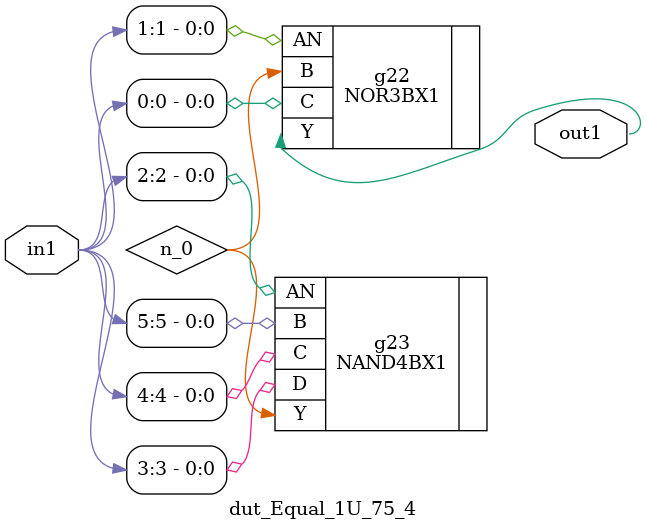
<source format=v>
`timescale 1ps / 1ps


module dut_Equal_1U_75_4(in1, out1);
  input [5:0] in1;
  output out1;
  wire [5:0] in1;
  wire out1;
  wire n_0;
  NOR3BX1 g22(.AN (in1[1]), .B (n_0), .C (in1[0]), .Y (out1));
  NAND4BX1 g23(.AN (in1[2]), .B (in1[5]), .C (in1[4]), .D (in1[3]), .Y
       (n_0));
endmodule



</source>
